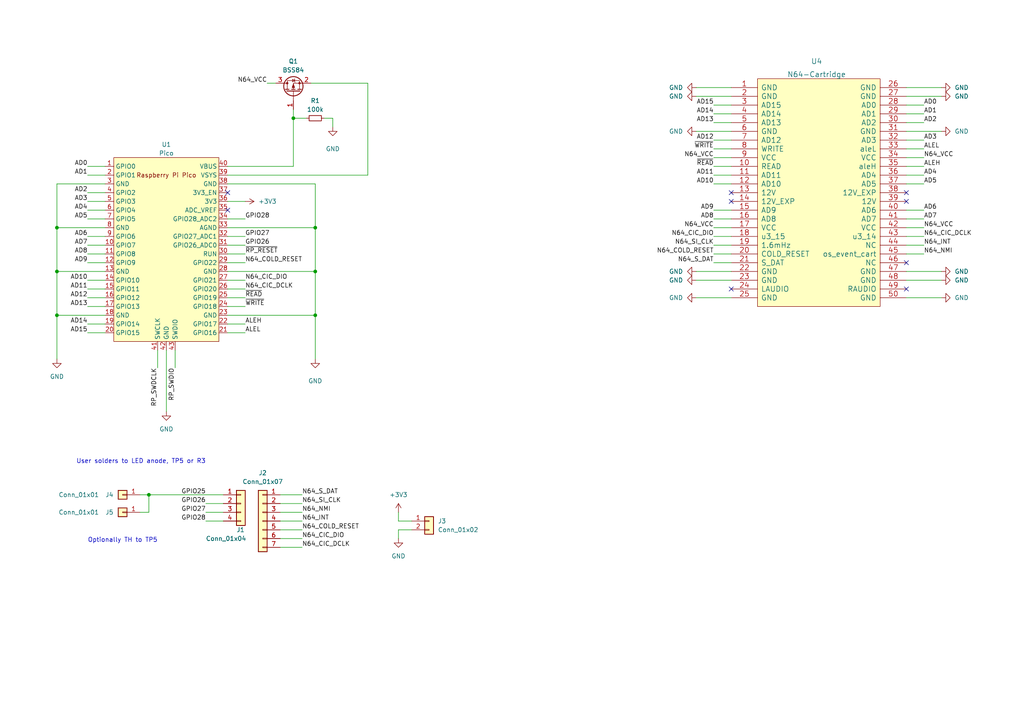
<source format=kicad_sch>
(kicad_sch (version 20211123) (generator eeschema)
  (paper "A4")
  (title_block (title "PicoCart64-lite") (date "2022-06-26") (rev "V1.0-lite") (company "Konrad Beckmann"))
  (lib_symbols
    (symbol "Connector_Generic:Conn_01x01" (pin_names (offset 1.016) hide)
      (property "Reference" "J" (at 0 2.54 0))
      (property "Value" "Conn_01x01" (at 0 -2.54 0))
      (symbol "Conn_01x01_1_1"
        (rectangle (start -1.27 0.127) (end 0 -0.127) (stroke (width 0.1524)))
        (rectangle (start -1.27 1.27) (end 1.27 -1.27) (stroke (width 0.254)) (fill (type background)))
        (pin passive line (at -5.08 0 0) (length 3.81) (name "Pin_1") (number "1"))
      )
    )
    (symbol "Connector_Generic:Conn_01x02" (pin_names (offset 1.016) hide)
      (property "Reference" "J" (at 0 2.54 0))
      (property "Value" "Conn_01x02" (at 0 -5.08 0))
      (symbol "Conn_01x02_1_1"
        (rectangle (start -1.27 -2.413) (end 0 -2.667) (stroke (width 0.1524)))
        (rectangle (start -1.27 0.127) (end 0 -0.127) (stroke (width 0.1524)))
        (rectangle (start -1.27 1.27) (end 1.27 -3.81) (stroke (width 0.254)) (fill (type background)))
        (pin passive line (at -5.08 0 0) (length 3.81) (name "Pin_1") (number "1"))
        (pin passive line (at -5.08 -2.54 0) (length 3.81) (name "Pin_2") (number "2"))
      )
    )
    (symbol "Connector_Generic:Conn_01x04" (pin_names (offset 1.016) hide)
      (property "Reference" "J" (at 0 5.08 0))
      (property "Value" "Conn_01x04" (at 0 -7.62 0))
      (symbol "Conn_01x04_1_1"
        (rectangle (start -1.27 -4.953) (end 0 -5.207) (stroke (width 0.1524)))
        (rectangle (start -1.27 -2.413) (end 0 -2.667) (stroke (width 0.1524)))
        (rectangle (start -1.27 0.127) (end 0 -0.127) (stroke (width 0.1524)))
        (rectangle (start -1.27 2.667) (end 0 2.413) (stroke (width 0.1524)))
        (rectangle (start -1.27 3.81) (end 1.27 -6.35) (stroke (width 0.254)) (fill (type background)))
        (pin passive line (at -5.08 2.54 0) (length 3.81) (name "Pin_1") (number "1"))
        (pin passive line (at -5.08 0 0) (length 3.81) (name "Pin_2") (number "2"))
        (pin passive line (at -5.08 -2.54 0) (length 3.81) (name "Pin_3") (number "3"))
        (pin passive line (at -5.08 -5.08 0) (length 3.81) (name "Pin_4") (number "4"))
      )
    )
    (symbol "Connector_Generic:Conn_01x07" (pin_names (offset 1.016) hide)
      (property "Reference" "J" (at 0 10.16 0))
      (property "Value" "Conn_01x07" (at 0 -10.16 0))
      (symbol "Conn_01x07_1_1"
        (rectangle (start -1.27 -7.493) (end 0 -7.747) (stroke (width 0.1524)))
        (rectangle (start -1.27 -4.953) (end 0 -5.207) (stroke (width 0.1524)))
        (rectangle (start -1.27 -2.413) (end 0 -2.667) (stroke (width 0.1524)))
        (rectangle (start -1.27 0.127) (end 0 -0.127) (stroke (width 0.1524)))
        (rectangle (start -1.27 2.667) (end 0 2.413) (stroke (width 0.1524)))
        (rectangle (start -1.27 5.207) (end 0 4.953) (stroke (width 0.1524)))
        (rectangle (start -1.27 7.747) (end 0 7.493) (stroke (width 0.1524)))
        (rectangle (start -1.27 8.89) (end 1.27 -8.89) (stroke (width 0.254)) (fill (type background)))
        (pin passive line (at -5.08 7.62 0) (length 3.81) (name "Pin_1") (number "1"))
        (pin passive line (at -5.08 5.08 0) (length 3.81) (name "Pin_2") (number "2"))
        (pin passive line (at -5.08 2.54 0) (length 3.81) (name "Pin_3") (number "3"))
        (pin passive line (at -5.08 0 0) (length 3.81) (name "Pin_4") (number "4"))
        (pin passive line (at -5.08 -2.54 0) (length 3.81) (name "Pin_5") (number "5"))
        (pin passive line (at -5.08 -5.08 0) (length 3.81) (name "Pin_6") (number "6"))
        (pin passive line (at -5.08 -7.62 0) (length 3.81) (name "Pin_7") (number "7"))
      )
    )
    (symbol "Device:R_Small" (pin_numbers hide) (pin_names (offset 0.254) hide)
      (property "Reference" "R" (at 0.762 0.508 0))
      (property "Value" "R_Small" (at 0.762 -1.016 0))
      (symbol "R_Small_0_1"
        (rectangle (start -0.762 1.778) (end 0.762 -1.778) (stroke (width 0.2032)))
      )
      (symbol "R_Small_1_1"
        (pin passive line (at 0 2.54 270) (length 0.762) (name "~") (number "1"))
        (pin passive line (at 0 -2.54 90) (length 0.762) (name "~") (number "2"))
      )
    )
    (symbol "Transistor_FET:BSS84" (pin_names hide)
      (property "Reference" "Q" (at 5.08 1.905 0))
      (property "Value" "BSS84" (at 5.08 0 0))
      (symbol "BSS84_0_1"
        (polyline (pts (xy 0.254 0) (xy -2.54 0)))
        (polyline (pts (xy 0.254 1.905) (xy 0.254 -1.905)) (stroke (width 0.254)))
        (polyline (pts (xy 0.762 -1.27) (xy 0.762 -2.286)) (stroke (width 0.254)))
        (polyline (pts (xy 0.762 0.508) (xy 0.762 -0.508)) (stroke (width 0.254)))
        (polyline (pts (xy 0.762 2.286) (xy 0.762 1.27)) (stroke (width 0.254)))
        (polyline (pts (xy 2.54 2.54) (xy 2.54 1.778)))
        (polyline (pts (xy 2.54 -2.54) (xy 2.54 0) (xy 0.762 0)))
        (polyline (pts (xy 0.762 1.778) (xy 3.302 1.778) (xy 3.302 -1.778) (xy 0.762 -1.778)))
        (polyline (pts (xy 2.286 0) (xy 1.27 0.381) (xy 1.27 -0.381) (xy 2.286 0)) (fill (type outline)))
        (polyline (pts (xy 2.794 -0.508) (xy 2.921 -0.381) (xy 3.683 -0.381) (xy 3.81 -0.254)))
        (polyline (pts (xy 3.302 -0.381) (xy 2.921 0.254) (xy 3.683 0.254) (xy 3.302 -0.381)))
        (circle (center 1.651 0) (radius 2.794) (stroke (width 0.254)))
        (circle (center 2.54 -1.778) (radius 0.254) (fill (type outline)))
        (circle (center 2.54 1.778) (radius 0.254) (fill (type outline)))
      )
      (symbol "BSS84_1_1"
        (pin input line (at -5.08 0 0) (length 2.54) (name "G") (number "1"))
        (pin passive line (at 2.54 -5.08 90) (length 2.54) (name "S") (number "2"))
        (pin passive line (at 2.54 5.08 270) (length 2.54) (name "D") (number "3"))
      )
    )
    (symbol "n64-cartridge:N64-Cartridge" (pin_names (offset 1.016))
      (property "Reference" "U?" (at -0.635 38.1 0))
      (property "Value" "N64-Cartridge" (at -0.635 34.29 0))
      (symbol "N64-Cartridge_0_1"
        (rectangle (start -17.78 33.02) (end 17.78 -33.02) (fill (type background)))
      )
      (symbol "N64-Cartridge_1_1"
        (pin passive line (at -25.4 30.48 0) (length 7.62) (name "GND") (number "1"))
        (pin passive line (at -25.4 7.62 0) (length 7.62) (name "READ") (number "10"))
        (pin passive line (at -25.4 5.08 0) (length 7.62) (name "AD11") (number "11"))
        (pin passive line (at -25.4 2.54 0) (length 7.62) (name "AD10") (number "12"))
        (pin passive line (at -25.4 0 0) (length 7.62) (name "12V") (number "13"))
        (pin passive line (at -25.4 -2.54 0) (length 7.62) (name "12V_EXP") (number "14"))
        (pin passive line (at -25.4 -5.08 0) (length 7.62) (name "AD9") (number "15"))
        (pin passive line (at -25.4 -7.62 0) (length 7.62) (name "AD8") (number "16"))
        (pin passive line (at -25.4 -10.16 0) (length 7.62) (name "VCC") (number "17"))
        (pin passive line (at -25.4 -12.7 0) (length 7.62) (name "u3_15") (number "18"))
        (pin passive line (at -25.4 -15.24 0) (length 7.62) (name "1.6mHz") (number "19"))
        (pin passive line (at -25.4 27.94 0) (length 7.62) (name "GND") (number "2"))
        (pin passive line (at -25.4 -17.78 0) (length 7.62) (name "COLD_RESET") (number "20"))
        (pin passive line (at -25.4 -20.32 0) (length 7.62) (name "S_DAT") (number "21"))
        (pin passive line (at -25.4 -22.86 0) (length 7.62) (name "GND") (number "22"))
        (pin passive line (at -25.4 -25.4 0) (length 7.62) (name "GND") (number "23"))
        (pin passive line (at -25.4 -27.94 0) (length 7.62) (name "LAUDIO") (number "24"))
        (pin passive line (at -25.4 -30.48 0) (length 7.62) (name "GND") (number "25"))
        (pin passive line (at 25.4 30.48 180) (length 7.62) (name "GND") (number "26"))
        (pin passive line (at 25.4 27.94 180) (length 7.62) (name "GND") (number "27"))
        (pin passive line (at 25.4 25.4 180) (length 7.62) (name "AD0") (number "28"))
        (pin passive line (at 25.4 22.86 180) (length 7.62) (name "AD1") (number "29"))
        (pin passive line (at -25.4 25.4 0) (length 7.62) (name "AD15") (number "3"))
        (pin passive line (at 25.4 20.32 180) (length 7.62) (name "AD2") (number "30"))
        (pin passive line (at 25.4 17.78 180) (length 7.62) (name "GND") (number "31"))
        (pin passive line (at 25.4 15.24 180) (length 7.62) (name "AD3") (number "32"))
        (pin passive line (at 25.4 12.7 180) (length 7.62) (name "aleL") (number "33"))
        (pin passive line (at 25.4 10.16 180) (length 7.62) (name "VCC") (number "34"))
        (pin passive line (at 25.4 7.62 180) (length 7.62) (name "aleH") (number "35"))
        (pin passive line (at 25.4 5.08 180) (length 7.62) (name "AD4") (number "36"))
        (pin passive line (at 25.4 2.54 180) (length 7.62) (name "AD5") (number "37"))
        (pin passive line (at 25.4 0 180) (length 7.62) (name "12V_EXP") (number "38"))
        (pin passive line (at 25.4 -2.54 180) (length 7.62) (name "12V") (number "39"))
        (pin passive line (at -25.4 22.86 0) (length 7.62) (name "AD14") (number "4"))
        (pin passive line (at 25.4 -5.08 180) (length 7.62) (name "AD6") (number "40"))
        (pin passive line (at 25.4 -7.62 180) (length 7.62) (name "AD7") (number "41"))
        (pin passive line (at 25.4 -10.16 180) (length 7.62) (name "VCC") (number "42"))
        (pin passive line (at 25.4 -12.7 180) (length 7.62) (name "u3_14") (number "43"))
        (pin passive line (at 25.4 -15.24 180) (length 7.62) (name "NC") (number "44"))
        (pin passive line (at 25.4 -17.78 180) (length 7.62) (name "os_event_cart") (number "45"))
        (pin passive line (at 25.4 -20.32 180) (length 7.62) (name "NC") (number "46"))
        (pin passive line (at 25.4 -22.86 180) (length 7.62) (name "GND") (number "47"))
        (pin passive line (at 25.4 -25.4 180) (length 7.62) (name "GND") (number "48"))
        (pin passive line (at 25.4 -27.94 180) (length 7.62) (name "RAUDIO") (number "49"))
        (pin passive line (at -25.4 20.32 0) (length 7.62) (name "AD13") (number "5"))
        (pin passive line (at 25.4 -30.48 180) (length 7.62) (name "GND") (number "50"))
        (pin passive line (at -25.4 17.78 0) (length 7.62) (name "GND") (number "6"))
        (pin passive line (at -25.4 15.24 0) (length 7.62) (name "AD12") (number "7"))
        (pin passive line (at -25.4 12.7 0) (length 7.62) (name "WRITE") (number "8"))
        (pin passive line (at -25.4 10.16 0) (length 7.62) (name "VCC") (number "9"))
      )
    )
    (symbol "power:+3V3" (power) (pin_names (offset 0))
      (property "Value" "+3V3" (at 0 3.556 0))
      (symbol "+3V3_0_1"
        (polyline (pts (xy -0.762 1.27) (xy 0 2.54)))
        (polyline (pts (xy 0 0) (xy 0 2.54)))
        (polyline (pts (xy 0 2.54) (xy 0.762 1.27)))
      )
      (symbol "+3V3_1_1"
        (pin power_in line (at 0 0 90) (length 0) hide (name "+3V3") (number "1"))
      )
    )
    (symbol "power:GND" (power) (pin_names (offset 0))
      (property "Value" "GND" (at 0 -3.81 0))
      (symbol "GND_0_1"
        (polyline (pts (xy 0 0) (xy 0 -1.27) (xy 1.27 -1.27) (xy 0 -2.54) (xy -1.27 -1.27) (xy 0 -1.27)))
      )
      (symbol "GND_1_1"
        (pin power_in line (at 0 0 270) (length 0) hide (name "GND") (number "1"))
      )
    )
    (symbol "raspberrypi_pico:Pico"
      (property "Reference" "U" (at -13.97 27.94 0))
      (property "Value" "Pico" (at 0 19.05 0))
      (symbol "Pico_0_0"
        (text "Raspberry Pi Pico" (at 0 21.59 0) (effects (font (size 1.27 1.27))))
      )
      (symbol "Pico_0_1"
        (rectangle (start -15.24 26.67) (end 15.24 -26.67) (fill (type background)))
      )
      (symbol "Pico_1_1"
        (pin bidirectional line (at -17.78 24.13 0) (length 2.54) (name "GPIO0") (number "1"))
        (pin bidirectional line (at -17.78 1.27 0) (length 2.54) (name "GPIO7") (number "10"))
        (pin bidirectional line (at -17.78 -1.27 0) (length 2.54) (name "GPIO8") (number "11"))
        (pin bidirectional line (at -17.78 -3.81 0) (length 2.54) (name "GPIO9") (number "12"))
        (pin power_in line (at -17.78 -6.35 0) (length 2.54) (name "GND") (number "13"))
        (pin bidirectional line (at -17.78 -8.89 0) (length 2.54) (name "GPIO10") (number "14"))
        (pin bidirectional line (at -17.78 -11.43 0) (length 2.54) (name "GPIO11") (number "15"))
        (pin bidirectional line (at -17.78 -13.97 0) (length 2.54) (name "GPIO12") (number "16"))
        (pin bidirectional line (at -17.78 -16.51 0) (length 2.54) (name "GPIO13") (number "17"))
        (pin power_in line (at -17.78 -19.05 0) (length 2.54) (name "GND") (number "18"))
        (pin bidirectional line (at -17.78 -21.59 0) (length 2.54) (name "GPIO14") (number "19"))
        (pin bidirectional line (at -17.78 21.59 0) (length 2.54) (name "GPIO1") (number "2"))
        (pin bidirectional line (at -17.78 -24.13 0) (length 2.54) (name "GPIO15") (number "20"))
        (pin bidirectional line (at 17.78 -24.13 180) (length 2.54) (name "GPIO16") (number "21"))
        (pin bidirectional line (at 17.78 -21.59 180) (length 2.54) (name "GPIO17") (number "22"))
        (pin power_in line (at 17.78 -19.05 180) (length 2.54) (name "GND") (number "23"))
        (pin bidirectional line (at 17.78 -16.51 180) (length 2.54) (name "GPIO18") (number "24"))
        (pin bidirectional line (at 17.78 -13.97 180) (length 2.54) (name "GPIO19") (number "25"))
        (pin bidirectional line (at 17.78 -11.43 180) (length 2.54) (name "GPIO20") (number "26"))
        (pin bidirectional line (at 17.78 -8.89 180) (length 2.54) (name "GPIO21") (number "27"))
        (pin power_in line (at 17.78 -6.35 180) (length 2.54) (name "GND") (number "28"))
        (pin bidirectional line (at 17.78 -3.81 180) (length 2.54) (name "GPIO22") (number "29"))
        (pin power_in line (at -17.78 19.05 0) (length 2.54) (name "GND") (number "3"))
        (pin input line (at 17.78 -1.27 180) (length 2.54) (name "RUN") (number "30"))
        (pin bidirectional line (at 17.78 1.27 180) (length 2.54) (name "GPIO26_ADC0") (number "31"))
        (pin bidirectional line (at 17.78 3.81 180) (length 2.54) (name "GPIO27_ADC1") (number "32"))
        (pin power_in line (at 17.78 6.35 180) (length 2.54) (name "AGND") (number "33"))
        (pin bidirectional line (at 17.78 8.89 180) (length 2.54) (name "GPIO28_ADC2") (number "34"))
        (pin power_in line (at 17.78 11.43 180) (length 2.54) (name "ADC_VREF") (number "35"))
        (pin power_in line (at 17.78 13.97 180) (length 2.54) (name "3V3") (number "36"))
        (pin input line (at 17.78 16.51 180) (length 2.54) (name "3V3_EN") (number "37"))
        (pin bidirectional line (at 17.78 19.05 180) (length 2.54) (name "GND") (number "38"))
        (pin power_in line (at 17.78 21.59 180) (length 2.54) (name "VSYS") (number "39"))
        (pin bidirectional line (at -17.78 16.51 0) (length 2.54) (name "GPIO2") (number "4"))
        (pin power_in line (at 17.78 24.13 180) (length 2.54) (name "VBUS") (number "40"))
        (pin input line (at -2.54 -29.21 90) (length 2.54) (name "SWCLK") (number "41"))
        (pin power_in line (at 0 -29.21 90) (length 2.54) (name "GND") (number "42"))
        (pin bidirectional line (at 2.54 -29.21 90) (length 2.54) (name "SWDIO") (number "43"))
        (pin bidirectional line (at -17.78 13.97 0) (length 2.54) (name "GPIO3") (number "5"))
        (pin bidirectional line (at -17.78 11.43 0) (length 2.54) (name "GPIO4") (number "6"))
        (pin bidirectional line (at -17.78 8.89 0) (length 2.54) (name "GPIO5") (number "7"))
        (pin power_in line (at -17.78 6.35 0) (length 2.54) (name "GND") (number "8"))
        (pin bidirectional line (at -17.78 3.81 0) (length 2.54) (name "GPIO6") (number "9"))
      )
    )
  )
  (junction (at 91.44 78.74))
  (junction (at 43.18 143.51))
  (junction (at 91.44 91.44))
  (junction (at 85.09 34.29))
  (junction (at 16.51 78.74))
  (junction (at 91.44 66.04))
  (junction (at 16.51 91.44))
  (junction (at 16.51 66.04))
  (no_connect (at 66.04 55.88))
  (no_connect (at 66.04 60.96))
  (no_connect (at 262.89 83.82))
  (no_connect (at 262.89 58.42))
  (no_connect (at 262.89 55.88))
  (no_connect (at 212.09 83.82))
  (no_connect (at 212.09 58.42))
  (no_connect (at 212.09 55.88))
  (no_connect (at 262.89 76.2))
  (wire (pts (xy 262.89 86.36) (xy 273.05 86.36)))
  (wire (pts (xy 262.89 30.48) (xy 267.97 30.48)))
  (wire (pts (xy 40.64 143.51) (xy 43.18 143.51)))
  (wire (pts (xy 16.51 91.44) (xy 16.51 78.74)))
  (wire (pts (xy 16.51 78.74) (xy 30.48 78.74)))
  (wire (pts (xy 66.04 81.28) (xy 71.12 81.28)))
  (wire (pts (xy 30.48 60.96) (xy 25.4 60.96)))
  (wire (pts (xy 262.89 81.28) (xy 273.05 81.28)))
  (wire (pts (xy 262.89 27.94) (xy 273.05 27.94)))
  (wire (pts (xy 81.28 156.21) (xy 87.63 156.21)))
  (wire (pts (xy 201.93 38.1) (xy 212.09 38.1)))
  (wire (pts (xy 262.89 45.72) (xy 267.97 45.72)))
  (wire (pts (xy 115.57 148.59) (xy 115.57 151.13)))
  (wire (pts (xy 30.48 86.36) (xy 25.4 86.36)))
  (wire (pts (xy 66.04 78.74) (xy 91.44 78.74)))
  (wire (pts (xy 91.44 91.44) (xy 91.44 104.14)))
  (wire (pts (xy 71.12 73.66) (xy 66.04 73.66)))
  (wire (pts (xy 106.68 50.8) (xy 66.04 50.8)))
  (wire (pts (xy 201.93 25.4) (xy 212.09 25.4)))
  (wire (pts (xy 262.89 68.58) (xy 267.97 68.58)))
  (wire (pts (xy 66.04 68.58) (xy 71.12 68.58)))
  (wire (pts (xy 59.69 148.59) (xy 64.77 148.59)))
  (wire (pts (xy 262.89 66.04) (xy 267.97 66.04)))
  (wire (pts (xy 90.17 24.13) (xy 106.68 24.13)))
  (wire (pts (xy 30.48 83.82) (xy 25.4 83.82)))
  (wire (pts (xy 30.48 58.42) (xy 25.4 58.42)))
  (wire (pts (xy 43.18 143.51) (xy 64.77 143.51)))
  (wire (pts (xy 30.48 55.88) (xy 25.4 55.88)))
  (wire (pts (xy 207.01 76.2) (xy 212.09 76.2)))
  (wire (pts (xy 30.48 88.9) (xy 25.4 88.9)))
  (wire (pts (xy 201.93 78.74) (xy 212.09 78.74)))
  (wire (pts (xy 16.51 66.04) (xy 30.48 66.04)))
  (wire (pts (xy 81.28 153.67) (xy 87.63 153.67)))
  (wire (pts (xy 77.47 24.13) (xy 80.01 24.13)))
  (wire (pts (xy 66.04 96.52) (xy 71.12 96.52)))
  (wire (pts (xy 66.04 83.82) (xy 71.12 83.82)))
  (wire (pts (xy 262.89 38.1) (xy 273.05 38.1)))
  (wire (pts (xy 30.48 63.5) (xy 25.4 63.5)))
  (wire (pts (xy 30.48 96.52) (xy 25.4 96.52)))
  (wire (pts (xy 30.48 50.8) (xy 25.4 50.8)))
  (wire (pts (xy 201.93 27.94) (xy 212.09 27.94)))
  (wire (pts (xy 93.98 34.29) (xy 96.52 34.29)))
  (wire (pts (xy 66.04 48.26) (xy 85.09 48.26)))
  (wire (pts (xy 115.57 153.67) (xy 119.38 153.67)))
  (wire (pts (xy 30.48 81.28) (xy 25.4 81.28)))
  (wire (pts (xy 30.48 93.98) (xy 25.4 93.98)))
  (wire (pts (xy 45.72 106.68) (xy 45.72 101.6)))
  (wire (pts (xy 207.01 60.96) (xy 212.09 60.96)))
  (wire (pts (xy 16.51 66.04) (xy 16.51 53.34)))
  (wire (pts (xy 207.01 63.5) (xy 212.09 63.5)))
  (wire (pts (xy 66.04 88.9) (xy 71.12 88.9)))
  (wire (pts (xy 262.89 78.74) (xy 273.05 78.74)))
  (wire (pts (xy 262.89 43.18) (xy 267.97 43.18)))
  (wire (pts (xy 43.18 148.59) (xy 40.64 148.59)))
  (wire (pts (xy 207.01 33.02) (xy 212.09 33.02)))
  (wire (pts (xy 207.01 30.48) (xy 212.09 30.48)))
  (wire (pts (xy 207.01 71.12) (xy 212.09 71.12)))
  (wire (pts (xy 201.93 81.28) (xy 212.09 81.28)))
  (wire (pts (xy 66.04 93.98) (xy 71.12 93.98)))
  (wire (pts (xy 91.44 53.34) (xy 66.04 53.34)))
  (wire (pts (xy 66.04 91.44) (xy 91.44 91.44)))
  (wire (pts (xy 262.89 48.26) (xy 267.97 48.26)))
  (wire (pts (xy 115.57 151.13) (xy 119.38 151.13)))
  (wire (pts (xy 66.04 63.5) (xy 71.12 63.5)))
  (wire (pts (xy 106.68 24.13) (xy 106.68 50.8)))
  (wire (pts (xy 85.09 48.26) (xy 85.09 34.29)))
  (wire (pts (xy 66.04 58.42) (xy 71.12 58.42)))
  (wire (pts (xy 66.04 76.2) (xy 71.12 76.2)))
  (wire (pts (xy 16.51 91.44) (xy 30.48 91.44)))
  (wire (pts (xy 91.44 53.34) (xy 91.44 66.04)))
  (wire (pts (xy 50.8 106.68) (xy 50.8 101.6)))
  (wire (pts (xy 207.01 43.18) (xy 212.09 43.18)))
  (wire (pts (xy 81.28 146.05) (xy 87.63 146.05)))
  (wire (pts (xy 66.04 71.12) (xy 71.12 71.12)))
  (wire (pts (xy 207.01 35.56) (xy 212.09 35.56)))
  (wire (pts (xy 48.26 101.6) (xy 48.26 119.38)))
  (wire (pts (xy 207.01 48.26) (xy 212.09 48.26)))
  (wire (pts (xy 262.89 71.12) (xy 267.97 71.12)))
  (wire (pts (xy 262.89 63.5) (xy 267.97 63.5)))
  (wire (pts (xy 30.48 73.66) (xy 25.4 73.66)))
  (wire (pts (xy 66.04 86.36) (xy 71.12 86.36)))
  (wire (pts (xy 30.48 48.26) (xy 25.4 48.26)))
  (wire (pts (xy 207.01 73.66) (xy 212.09 73.66)))
  (wire (pts (xy 96.52 34.29) (xy 96.52 36.83)))
  (wire (pts (xy 81.28 151.13) (xy 87.63 151.13)))
  (wire (pts (xy 16.51 104.14) (xy 16.51 91.44)))
  (wire (pts (xy 43.18 143.51) (xy 43.18 148.59)))
  (wire (pts (xy 201.93 86.36) (xy 212.09 86.36)))
  (wire (pts (xy 207.01 50.8) (xy 212.09 50.8)))
  (wire (pts (xy 16.51 53.34) (xy 30.48 53.34)))
  (wire (pts (xy 66.04 66.04) (xy 91.44 66.04)))
  (wire (pts (xy 91.44 78.74) (xy 91.44 91.44)))
  (wire (pts (xy 262.89 73.66) (xy 267.97 73.66)))
  (wire (pts (xy 91.44 66.04) (xy 91.44 78.74)))
  (wire (pts (xy 81.28 148.59) (xy 87.63 148.59)))
  (wire (pts (xy 262.89 40.64) (xy 267.97 40.64)))
  (wire (pts (xy 262.89 25.4) (xy 273.05 25.4)))
  (wire (pts (xy 30.48 76.2) (xy 25.4 76.2)))
  (wire (pts (xy 207.01 45.72) (xy 212.09 45.72)))
  (wire (pts (xy 207.01 66.04) (xy 212.09 66.04)))
  (wire (pts (xy 262.89 33.02) (xy 267.97 33.02)))
  (wire (pts (xy 30.48 68.58) (xy 25.4 68.58)))
  (wire (pts (xy 30.48 71.12) (xy 25.4 71.12)))
  (wire (pts (xy 85.09 34.29) (xy 85.09 31.75)))
  (wire (pts (xy 59.69 146.05) (xy 64.77 146.05)))
  (wire (pts (xy 207.01 53.34) (xy 212.09 53.34)))
  (wire (pts (xy 16.51 78.74) (xy 16.51 66.04)))
  (wire (pts (xy 262.89 60.96) (xy 267.97 60.96)))
  (wire (pts (xy 115.57 156.21) (xy 115.57 153.67)))
  (wire (pts (xy 59.69 151.13) (xy 64.77 151.13)))
  (wire (pts (xy 81.28 158.75) (xy 87.63 158.75)))
  (wire (pts (xy 262.89 50.8) (xy 267.97 50.8)))
  (wire (pts (xy 85.09 34.29) (xy 88.9 34.29)))
  (wire (pts (xy 262.89 35.56) (xy 267.97 35.56)))
  (wire (pts (xy 207.01 40.64) (xy 212.09 40.64)))
  (wire (pts (xy 262.89 53.34) (xy 267.97 53.34)))
  (wire (pts (xy 207.01 68.58) (xy 212.09 68.58)))
  (wire (pts (xy 81.28 143.51) (xy 87.63 143.51)))
  (text "User solders to LED anode, TP5 or R3" (at 59.69 134.62 180) (effects (font (size 1.27 1.27)) (justify right bottom)))
  (text "Optionally TH to TP5" (at 45.72 157.48 180) (effects (font (size 1.27 1.27)) (justify right bottom)))
  (label "GPIO27" (at 59.69 148.59 180))
  (label "N64_SI_CLK" (at 207.01 71.12 180))
  (label "AD13" (at 207.01 35.56 180))
  (label "N64_VCC" (at 207.01 45.72 180))
  (label "N64_NMI" (at 87.63 148.59 0))
  (label "N64_COLD_RESET" (at 207.01 73.66 180))
  (label "AD10" (at 207.01 53.34 180))
  (label "AD11" (at 207.01 50.8 180))
  (label "~{WRITE}" (at 71.12 88.9 0))
  (label "ALEL" (at 267.97 43.18 0))
  (label "N64_VCC" (at 207.01 66.04 180))
  (label "N64_NMI" (at 267.97 73.66 0))
  (label "AD2" (at 25.4 55.88 180))
  (label "~{WRITE}" (at 207.01 43.18 180))
  (label "AD9" (at 207.01 60.96 180))
  (label "AD3" (at 267.97 40.64 0))
  (label "AD14" (at 207.01 33.02 180))
  (label "AD9" (at 25.4 76.2 180))
  (label "N64_CIC_DCLK" (at 87.63 158.75 0))
  (label "~{READ}" (at 71.12 86.36 0))
  (label "AD8" (at 25.4 73.66 180))
  (label "AD10" (at 25.4 81.28 180))
  (label "AD14" (at 25.4 93.98 180))
  (label "AD12" (at 25.4 86.36 180))
  (label "GPIO26" (at 71.12 71.12 0))
  (label "AD15" (at 25.4 96.52 180))
  (label "N64_S_DAT" (at 87.63 143.51 0))
  (label "N64_COLD_RESET" (at 71.12 76.2 0))
  (label "AD15" (at 207.01 30.48 180))
  (label "N64_SI_CLK" (at 87.63 146.05 0))
  (label "GPIO28" (at 59.69 151.13 180))
  (label "ALEL" (at 71.12 96.52 0))
  (label "GPIO27" (at 71.12 68.58 0))
  (label "AD1" (at 25.4 50.8 180))
  (label "AD5" (at 25.4 63.5 180))
  (label "ALEH" (at 71.12 93.98 0))
  (label "ALEH" (at 267.97 48.26 0))
  (label "AD0" (at 267.97 30.48 0))
  (label "AD13" (at 25.4 88.9 180))
  (label "AD4" (at 267.97 50.8 0))
  (label "~{READ}" (at 207.01 48.26 180))
  (label "GPIO28" (at 71.12 63.5 0))
  (label "N64_INT" (at 87.63 151.13 0))
  (label "AD5" (at 267.97 53.34 0))
  (label "AD3" (at 25.4 58.42 180))
  (label "AD11" (at 25.4 83.82 180))
  (label "N64_CIC_DCLK" (at 71.12 83.82 0))
  (label "AD6" (at 25.4 68.58 180))
  (label "AD7" (at 25.4 71.12 180))
  (label "N64_VCC" (at 267.97 66.04 0))
  (label "N64_COLD_RESET" (at 87.63 153.67 0))
  (label "GPIO26" (at 59.69 146.05 180))
  (label "N64_CIC_DIO" (at 71.12 81.28 0))
  (label "AD4" (at 25.4 60.96 180))
  (label "AD8" (at 207.01 63.5 180))
  (label "AD2" (at 267.97 35.56 0))
  (label "N64_CIC_DIO" (at 207.01 68.58 180))
  (label "RP_SWDCLK" (at 45.72 106.68 270))
  (label "N64_VCC" (at 267.97 45.72 0))
  (label "RP_SWDIO" (at 50.8 106.68 270))
  (label "N64_INT" (at 267.97 71.12 0))
  (label "~{RP_RESET}" (at 71.12 73.66 0))
  (label "N64_VCC" (at 77.47 24.13 180))
  (label "AD0" (at 25.4 48.26 180))
  (label "GPIO25" (at 59.69 143.51 180))
  (label "N64_CIC_DIO" (at 87.63 156.21 0))
  (label "AD12" (at 207.01 40.64 180))
  (label "N64_S_DAT" (at 207.01 76.2 180))
  (label "AD1" (at 267.97 33.02 0))
  (label "N64_CIC_DCLK" (at 267.97 68.58 0))
  (label "AD7" (at 267.97 63.5 0))
  (label "AD6" (at 267.97 60.96 0))
  (symbol (lib_id "power:GND") (at 273.05 25.4 90) (unit 1)
    (property "Reference" "#PWR0115" (effects hide))
    (property "Value" "GND" (at 276.86 25.3999 90) (effects (justify right)))
  )
  (symbol (lib_id "power:GND") (at 201.93 38.1 270) (unit 1)
    (property "Reference" "#PWR0123" (effects hide))
    (property "Value" "GND" (at 198.12 38.0999 90) (effects (justify right)))
  )
  (symbol (lib_id "power:GND") (at 48.26 119.38 0) (unit 1)
    (property "Reference" "#PWR0107" (effects hide))
    (property "Value" "GND" (at 48.26 124.46 0))
  )
  (symbol (lib_id "power:GND") (at 273.05 81.28 90) (unit 1)
    (property "Reference" "#PWR0120" (effects hide))
    (property "Value" "GND" (at 276.86 81.2799 90) (effects (justify right)))
  )
  (symbol (lib_id "power:GND") (at 91.44 104.14 0) (unit 1)
    (property "Reference" "#PWR0104" (effects hide))
    (property "Value" "GND" (at 91.44 110.49 0))
  )
  (symbol (lib_id "power:+3V3") (at 115.57 148.59 0) (unit 1)
    (property "Reference" "#PWR0102" (effects hide))
    (property "Value" "+3V3" (at 115.57 143.51 0))
  )
  (symbol (lib_id "power:GND") (at 115.57 156.21 0) (unit 1)
    (property "Reference" "#PWR0103" (effects hide))
    (property "Value" "GND" (at 115.57 161.29 0))
  )
  (symbol (lib_id "Transistor_FET:BSS84") (at 85.09 26.67 90) (unit 1)
    (property "Reference" "Q1" (at 85.09 17.78 90))
    (property "Value" "BSS84" (at 85.09 20.32 90))
    (property "Footprint" "Package_TO_SOT_SMD:SOT-23" (effects hide))
    (property "Datasheet" "http://assets.nexperia.com/documents/data-sheet/BSS84.pdf" (effects hide))
  )
  (symbol (lib_id "Connector_Generic:Conn_01x02") (at 124.46 151.13 0) (unit 1)
    (property "Reference" "J3" (at 127 151.1299 0) (effects (justify left)))
    (property "Value" "Conn_01x02" (at 127 153.6699 0) (effects (justify left)))
    (property "Footprint" "project_area:PinHeader_1x08_P2.54mm_Vertical" (effects hide))
  )
  (symbol (lib_id "raspberrypi_pico:Pico") (at 48.26 72.39 0) (unit 1)
    (property "Reference" "U1" (at 48.26 41.91 0))
    (property "Value" "Pico" (at 48.26 44.45 0))
    (property "Footprint" "RPi_Pico:RPi_Pico_SMD_TH" (effects hide))
  )
  (symbol (lib_id "n64-cartridge:N64-Cartridge") (at 237.49 55.88 0) (unit 1)
    (property "Reference" "U4" (at 236.855 17.78 0) (effects (font (size 1.524 1.524))))
    (property "Value" "N64-Cartridge" (at 236.855 21.59 0) (effects (font (size 1.524 1.524))))
    (property "Footprint" "picocart64:N64-Connector" (effects hide))
  )
  (symbol (lib_id "power:GND") (at 201.93 25.4 270) (unit 1)
    (property "Reference" "#PWR0121" (effects hide))
    (property "Value" "GND" (at 198.12 25.3999 90) (effects (justify right)))
  )
  (symbol (lib_id "Connector_Generic:Conn_01x01") (at 35.56 148.59 180) (unit 1)
    (property "Reference" "J5" (at 31.75 148.59 0))
    (property "Value" "Conn_01x01" (at 22.86 148.59 0))
    (property "Footprint" "Connector_PinHeader_2.54mm:PinHeader_1x01_P2.54mm_Vertical" (effects hide))
  )
  (symbol (lib_id "power:GND") (at 201.93 81.28 270) (unit 1)
    (property "Reference" "#PWR0127" (effects hide))
    (property "Value" "GND" (at 198.12 81.2799 90) (effects (justify right)))
  )
  (symbol (lib_id "power:GND") (at 201.93 86.36 270) (unit 1)
    (property "Reference" "#PWR0126" (effects hide))
    (property "Value" "GND" (at 198.12 86.3599 90) (effects (justify right)))
  )
  (symbol (lib_id "power:GND") (at 201.93 78.74 270) (unit 1)
    (property "Reference" "#PWR0125" (effects hide))
    (property "Value" "GND" (at 198.12 78.7399 90) (effects (justify right)))
  )
  (symbol (lib_id "power:GND") (at 273.05 38.1 90) (unit 1)
    (property "Reference" "#PWR0116" (effects hide))
    (property "Value" "GND" (at 276.86 38.0999 90) (effects (justify right)))
  )
  (symbol (lib_id "power:+3V3") (at 71.12 58.42 270) (unit 1)
    (property "Reference" "#PWR0105" (effects hide))
    (property "Value" "+3V3" (at 74.93 58.4199 90) (effects (justify left)))
  )
  (symbol (lib_id "Connector_Generic:Conn_01x07") (at 76.2 151.13 0) (mirror y) (unit 1)
    (property "Reference" "J2" (at 76.2 137.16 0))
    (property "Value" "Conn_01x07" (at 76.2 139.7 0))
    (property "Footprint" "Connector_PinHeader_2.54mm:PinHeader_1x07_P2.54mm_Vertical" (effects hide))
  )
  (symbol (lib_id "power:GND") (at 16.51 104.14 0) (unit 1)
    (property "Reference" "#PWR0106" (effects hide))
    (property "Value" "GND" (at 16.51 109.22 0))
  )
  (symbol (lib_id "Connector_Generic:Conn_01x01") (at 35.56 143.51 180) (unit 1)
    (property "Reference" "J4" (at 31.75 143.51 0))
    (property "Value" "Conn_01x01" (at 22.86 143.51 0))
    (property "Footprint" "Connector_PinHeader_2.54mm:PinHeader_1x01_P2.54mm_Vertical" (effects hide))
  )
  (symbol (lib_id "power:GND") (at 96.52 36.83 0) (unit 1)
    (property "Reference" "#PWR0101" (effects hide))
    (property "Value" "GND" (at 96.52 43.18 0))
  )
  (symbol (lib_id "power:GND") (at 273.05 78.74 90) (unit 1)
    (property "Reference" "#PWR0118" (effects hide))
    (property "Value" "GND" (at 276.86 78.7399 90) (effects (justify right)))
  )
  (symbol (lib_id "Device:R_Small") (at 91.44 34.29 90) (unit 1)
    (property "Reference" "R1" (at 91.44 29.21 90))
    (property "Value" "100k" (at 91.44 31.75 90))
    (property "Footprint" "Resistor_SMD:R_0603_1608Metric_Pad0.98x0.95mm_HandSolder" (effects hide))
  )
  (symbol (lib_id "Connector_Generic:Conn_01x04") (at 69.85 146.05 0) (unit 1)
    (property "Reference" "J1" (at 68.58 153.67 0) (effects (justify left)))
    (property "Value" "Conn_01x04" (at 59.69 156.21 0) (effects (justify left)))
    (property "Footprint" "Connector_PinHeader_2.54mm:PinHeader_1x04_P2.54mm_Vertical" (effects hide))
  )
  (symbol (lib_id "power:GND") (at 201.93 27.94 270) (unit 1)
    (property "Reference" "#PWR0122" (effects hide))
    (property "Value" "GND" (at 198.12 27.9399 90) (effects (justify right)))
  )
  (symbol (lib_id "power:GND") (at 273.05 86.36 90) (unit 1)
    (property "Reference" "#PWR0119" (effects hide))
    (property "Value" "GND" (at 276.86 86.3599 90) (effects (justify right)))
  )
  (symbol (lib_id "power:GND") (at 273.05 27.94 90) (unit 1)
    (property "Reference" "#PWR0117" (effects hide))
    (property "Value" "GND" (at 276.86 27.9399 90) (effects (justify right)))
  )
)
</source>
